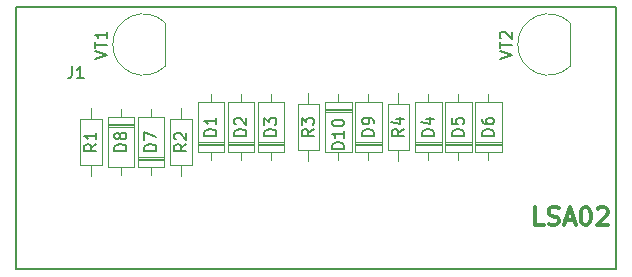
<source format=gbr>
G04 #@! TF.GenerationSoftware,KiCad,Pcbnew,(5.0.0)*
G04 #@! TF.CreationDate,2019-01-17T16:20:53+00:00*
G04 #@! TF.ProjectId,LS02,4C5330322E6B696361645F7063620000,rev?*
G04 #@! TF.SameCoordinates,Original*
G04 #@! TF.FileFunction,Legend,Top*
G04 #@! TF.FilePolarity,Positive*
%FSLAX46Y46*%
G04 Gerber Fmt 4.6, Leading zero omitted, Abs format (unit mm)*
G04 Created by KiCad (PCBNEW (5.0.0)) date 01/17/19 16:20:53*
%MOMM*%
%LPD*%
G01*
G04 APERTURE LIST*
%ADD10C,0.300000*%
%ADD11C,0.120000*%
%ADD12C,0.150000*%
G04 APERTURE END LIST*
D10*
X139918571Y-56558571D02*
X139204285Y-56558571D01*
X139204285Y-55058571D01*
X140347142Y-56487142D02*
X140561428Y-56558571D01*
X140918571Y-56558571D01*
X141061428Y-56487142D01*
X141132857Y-56415714D01*
X141204285Y-56272857D01*
X141204285Y-56130000D01*
X141132857Y-55987142D01*
X141061428Y-55915714D01*
X140918571Y-55844285D01*
X140632857Y-55772857D01*
X140490000Y-55701428D01*
X140418571Y-55630000D01*
X140347142Y-55487142D01*
X140347142Y-55344285D01*
X140418571Y-55201428D01*
X140490000Y-55130000D01*
X140632857Y-55058571D01*
X140990000Y-55058571D01*
X141204285Y-55130000D01*
X141775714Y-56130000D02*
X142490000Y-56130000D01*
X141632857Y-56558571D02*
X142132857Y-55058571D01*
X142632857Y-56558571D01*
X143418571Y-55058571D02*
X143561428Y-55058571D01*
X143704285Y-55130000D01*
X143775714Y-55201428D01*
X143847142Y-55344285D01*
X143918571Y-55630000D01*
X143918571Y-55987142D01*
X143847142Y-56272857D01*
X143775714Y-56415714D01*
X143704285Y-56487142D01*
X143561428Y-56558571D01*
X143418571Y-56558571D01*
X143275714Y-56487142D01*
X143204285Y-56415714D01*
X143132857Y-56272857D01*
X143061428Y-55987142D01*
X143061428Y-55630000D01*
X143132857Y-55344285D01*
X143204285Y-55201428D01*
X143275714Y-55130000D01*
X143418571Y-55058571D01*
X144490000Y-55201428D02*
X144561428Y-55130000D01*
X144704285Y-55058571D01*
X145061428Y-55058571D01*
X145204285Y-55130000D01*
X145275714Y-55201428D01*
X145347142Y-55344285D01*
X145347142Y-55487142D01*
X145275714Y-55701428D01*
X144418571Y-56558571D01*
X145347142Y-56558571D01*
D11*
G04 #@! TO.C,D1*
X110640000Y-50380000D02*
X112880000Y-50380000D01*
X112880000Y-50380000D02*
X112880000Y-46140000D01*
X112880000Y-46140000D02*
X110640000Y-46140000D01*
X110640000Y-46140000D02*
X110640000Y-50380000D01*
X111760000Y-51030000D02*
X111760000Y-50380000D01*
X111760000Y-45490000D02*
X111760000Y-46140000D01*
X110640000Y-49660000D02*
X112880000Y-49660000D01*
X110640000Y-49540000D02*
X112880000Y-49540000D01*
X110640000Y-49780000D02*
X112880000Y-49780000D01*
G04 #@! TO.C,D2*
X113180000Y-50380000D02*
X115420000Y-50380000D01*
X115420000Y-50380000D02*
X115420000Y-46140000D01*
X115420000Y-46140000D02*
X113180000Y-46140000D01*
X113180000Y-46140000D02*
X113180000Y-50380000D01*
X114300000Y-51030000D02*
X114300000Y-50380000D01*
X114300000Y-45490000D02*
X114300000Y-46140000D01*
X113180000Y-49660000D02*
X115420000Y-49660000D01*
X113180000Y-49540000D02*
X115420000Y-49540000D01*
X113180000Y-49780000D02*
X115420000Y-49780000D01*
G04 #@! TO.C,D3*
X115720000Y-50380000D02*
X117960000Y-50380000D01*
X117960000Y-50380000D02*
X117960000Y-46140000D01*
X117960000Y-46140000D02*
X115720000Y-46140000D01*
X115720000Y-46140000D02*
X115720000Y-50380000D01*
X116840000Y-51030000D02*
X116840000Y-50380000D01*
X116840000Y-45490000D02*
X116840000Y-46140000D01*
X115720000Y-49660000D02*
X117960000Y-49660000D01*
X115720000Y-49540000D02*
X117960000Y-49540000D01*
X115720000Y-49780000D02*
X117960000Y-49780000D01*
G04 #@! TO.C,D4*
X129055000Y-50380000D02*
X131295000Y-50380000D01*
X131295000Y-50380000D02*
X131295000Y-46140000D01*
X131295000Y-46140000D02*
X129055000Y-46140000D01*
X129055000Y-46140000D02*
X129055000Y-50380000D01*
X130175000Y-51030000D02*
X130175000Y-50380000D01*
X130175000Y-45490000D02*
X130175000Y-46140000D01*
X129055000Y-49660000D02*
X131295000Y-49660000D01*
X129055000Y-49540000D02*
X131295000Y-49540000D01*
X129055000Y-49780000D02*
X131295000Y-49780000D01*
G04 #@! TO.C,D5*
X131595000Y-50380000D02*
X133835000Y-50380000D01*
X133835000Y-50380000D02*
X133835000Y-46140000D01*
X133835000Y-46140000D02*
X131595000Y-46140000D01*
X131595000Y-46140000D02*
X131595000Y-50380000D01*
X132715000Y-51030000D02*
X132715000Y-50380000D01*
X132715000Y-45490000D02*
X132715000Y-46140000D01*
X131595000Y-49660000D02*
X133835000Y-49660000D01*
X131595000Y-49540000D02*
X133835000Y-49540000D01*
X131595000Y-49780000D02*
X133835000Y-49780000D01*
G04 #@! TO.C,D6*
X134135000Y-50380000D02*
X136375000Y-50380000D01*
X136375000Y-50380000D02*
X136375000Y-46140000D01*
X136375000Y-46140000D02*
X134135000Y-46140000D01*
X134135000Y-46140000D02*
X134135000Y-50380000D01*
X135255000Y-51030000D02*
X135255000Y-50380000D01*
X135255000Y-45490000D02*
X135255000Y-46140000D01*
X134135000Y-49660000D02*
X136375000Y-49660000D01*
X134135000Y-49540000D02*
X136375000Y-49540000D01*
X134135000Y-49780000D02*
X136375000Y-49780000D01*
G04 #@! TO.C,D7*
X105560000Y-51650000D02*
X107800000Y-51650000D01*
X107800000Y-51650000D02*
X107800000Y-47410000D01*
X107800000Y-47410000D02*
X105560000Y-47410000D01*
X105560000Y-47410000D02*
X105560000Y-51650000D01*
X106680000Y-52300000D02*
X106680000Y-51650000D01*
X106680000Y-46760000D02*
X106680000Y-47410000D01*
X105560000Y-50930000D02*
X107800000Y-50930000D01*
X105560000Y-50810000D02*
X107800000Y-50810000D01*
X105560000Y-51050000D02*
X107800000Y-51050000D01*
G04 #@! TO.C,D8*
X105260000Y-47410000D02*
X103020000Y-47410000D01*
X103020000Y-47410000D02*
X103020000Y-51650000D01*
X103020000Y-51650000D02*
X105260000Y-51650000D01*
X105260000Y-51650000D02*
X105260000Y-47410000D01*
X104140000Y-46760000D02*
X104140000Y-47410000D01*
X104140000Y-52300000D02*
X104140000Y-51650000D01*
X105260000Y-48130000D02*
X103020000Y-48130000D01*
X105260000Y-48250000D02*
X103020000Y-48250000D01*
X105260000Y-48010000D02*
X103020000Y-48010000D01*
G04 #@! TO.C,D9*
X123975000Y-50380000D02*
X126215000Y-50380000D01*
X126215000Y-50380000D02*
X126215000Y-46140000D01*
X126215000Y-46140000D02*
X123975000Y-46140000D01*
X123975000Y-46140000D02*
X123975000Y-50380000D01*
X125095000Y-51030000D02*
X125095000Y-50380000D01*
X125095000Y-45490000D02*
X125095000Y-46140000D01*
X123975000Y-49660000D02*
X126215000Y-49660000D01*
X123975000Y-49540000D02*
X126215000Y-49540000D01*
X123975000Y-49780000D02*
X126215000Y-49780000D01*
G04 #@! TO.C,D10*
X123675000Y-46140000D02*
X121435000Y-46140000D01*
X121435000Y-46140000D02*
X121435000Y-50380000D01*
X121435000Y-50380000D02*
X123675000Y-50380000D01*
X123675000Y-50380000D02*
X123675000Y-46140000D01*
X122555000Y-45490000D02*
X122555000Y-46140000D01*
X122555000Y-51030000D02*
X122555000Y-50380000D01*
X123675000Y-46860000D02*
X121435000Y-46860000D01*
X123675000Y-46980000D02*
X121435000Y-46980000D01*
X123675000Y-46740000D02*
X121435000Y-46740000D01*
G04 #@! TO.C,R1*
X102520000Y-47610000D02*
X100680000Y-47610000D01*
X100680000Y-47610000D02*
X100680000Y-51450000D01*
X100680000Y-51450000D02*
X102520000Y-51450000D01*
X102520000Y-51450000D02*
X102520000Y-47610000D01*
X101600000Y-46660000D02*
X101600000Y-47610000D01*
X101600000Y-52400000D02*
X101600000Y-51450000D01*
G04 #@! TO.C,R2*
X108300000Y-51450000D02*
X110140000Y-51450000D01*
X110140000Y-51450000D02*
X110140000Y-47610000D01*
X110140000Y-47610000D02*
X108300000Y-47610000D01*
X108300000Y-47610000D02*
X108300000Y-51450000D01*
X109220000Y-52400000D02*
X109220000Y-51450000D01*
X109220000Y-46660000D02*
X109220000Y-47610000D01*
G04 #@! TO.C,R3*
X120935000Y-46340000D02*
X119095000Y-46340000D01*
X119095000Y-46340000D02*
X119095000Y-50180000D01*
X119095000Y-50180000D02*
X120935000Y-50180000D01*
X120935000Y-50180000D02*
X120935000Y-46340000D01*
X120015000Y-45390000D02*
X120015000Y-46340000D01*
X120015000Y-51130000D02*
X120015000Y-50180000D01*
G04 #@! TO.C,R4*
X126715000Y-50180000D02*
X128555000Y-50180000D01*
X128555000Y-50180000D02*
X128555000Y-46340000D01*
X128555000Y-46340000D02*
X126715000Y-46340000D01*
X126715000Y-46340000D02*
X126715000Y-50180000D01*
X127635000Y-51130000D02*
X127635000Y-50180000D01*
X127635000Y-45390000D02*
X127635000Y-46340000D01*
G04 #@! TO.C,VT1*
X107895000Y-43075000D02*
X107895000Y-39475000D01*
X107883478Y-43113478D02*
G75*
G02X103445000Y-41275000I-1838478J1838478D01*
G01*
X107883478Y-39436522D02*
G75*
G03X103445000Y-41275000I-1838478J-1838478D01*
G01*
G04 #@! TO.C,VT2*
X142185000Y-43075000D02*
X142185000Y-39475000D01*
X142173478Y-43113478D02*
G75*
G02X137735000Y-41275000I-1838478J1838478D01*
G01*
X142173478Y-39436522D02*
G75*
G03X137735000Y-41275000I-1838478J-1838478D01*
G01*
D12*
G04 #@! TO.C,J1*
X95250000Y-38100000D02*
X146050000Y-38100000D01*
X146050000Y-38100000D02*
X146050000Y-60325000D01*
X146050000Y-60325000D02*
X95250000Y-60325000D01*
X95250000Y-60325000D02*
X95250000Y-38100000D01*
G04 #@! TO.C,D1*
X112212380Y-48998095D02*
X111212380Y-48998095D01*
X111212380Y-48760000D01*
X111260000Y-48617142D01*
X111355238Y-48521904D01*
X111450476Y-48474285D01*
X111640952Y-48426666D01*
X111783809Y-48426666D01*
X111974285Y-48474285D01*
X112069523Y-48521904D01*
X112164761Y-48617142D01*
X112212380Y-48760000D01*
X112212380Y-48998095D01*
X112212380Y-47474285D02*
X112212380Y-48045714D01*
X112212380Y-47760000D02*
X111212380Y-47760000D01*
X111355238Y-47855238D01*
X111450476Y-47950476D01*
X111498095Y-48045714D01*
G04 #@! TO.C,D2*
X114752380Y-48998095D02*
X113752380Y-48998095D01*
X113752380Y-48760000D01*
X113800000Y-48617142D01*
X113895238Y-48521904D01*
X113990476Y-48474285D01*
X114180952Y-48426666D01*
X114323809Y-48426666D01*
X114514285Y-48474285D01*
X114609523Y-48521904D01*
X114704761Y-48617142D01*
X114752380Y-48760000D01*
X114752380Y-48998095D01*
X113847619Y-48045714D02*
X113800000Y-47998095D01*
X113752380Y-47902857D01*
X113752380Y-47664761D01*
X113800000Y-47569523D01*
X113847619Y-47521904D01*
X113942857Y-47474285D01*
X114038095Y-47474285D01*
X114180952Y-47521904D01*
X114752380Y-48093333D01*
X114752380Y-47474285D01*
G04 #@! TO.C,D3*
X117292380Y-48998095D02*
X116292380Y-48998095D01*
X116292380Y-48760000D01*
X116340000Y-48617142D01*
X116435238Y-48521904D01*
X116530476Y-48474285D01*
X116720952Y-48426666D01*
X116863809Y-48426666D01*
X117054285Y-48474285D01*
X117149523Y-48521904D01*
X117244761Y-48617142D01*
X117292380Y-48760000D01*
X117292380Y-48998095D01*
X116292380Y-48093333D02*
X116292380Y-47474285D01*
X116673333Y-47807619D01*
X116673333Y-47664761D01*
X116720952Y-47569523D01*
X116768571Y-47521904D01*
X116863809Y-47474285D01*
X117101904Y-47474285D01*
X117197142Y-47521904D01*
X117244761Y-47569523D01*
X117292380Y-47664761D01*
X117292380Y-47950476D01*
X117244761Y-48045714D01*
X117197142Y-48093333D01*
G04 #@! TO.C,D4*
X130627380Y-48998095D02*
X129627380Y-48998095D01*
X129627380Y-48760000D01*
X129675000Y-48617142D01*
X129770238Y-48521904D01*
X129865476Y-48474285D01*
X130055952Y-48426666D01*
X130198809Y-48426666D01*
X130389285Y-48474285D01*
X130484523Y-48521904D01*
X130579761Y-48617142D01*
X130627380Y-48760000D01*
X130627380Y-48998095D01*
X129960714Y-47569523D02*
X130627380Y-47569523D01*
X129579761Y-47807619D02*
X130294047Y-48045714D01*
X130294047Y-47426666D01*
G04 #@! TO.C,D5*
X133167380Y-48998095D02*
X132167380Y-48998095D01*
X132167380Y-48760000D01*
X132215000Y-48617142D01*
X132310238Y-48521904D01*
X132405476Y-48474285D01*
X132595952Y-48426666D01*
X132738809Y-48426666D01*
X132929285Y-48474285D01*
X133024523Y-48521904D01*
X133119761Y-48617142D01*
X133167380Y-48760000D01*
X133167380Y-48998095D01*
X132167380Y-47521904D02*
X132167380Y-47998095D01*
X132643571Y-48045714D01*
X132595952Y-47998095D01*
X132548333Y-47902857D01*
X132548333Y-47664761D01*
X132595952Y-47569523D01*
X132643571Y-47521904D01*
X132738809Y-47474285D01*
X132976904Y-47474285D01*
X133072142Y-47521904D01*
X133119761Y-47569523D01*
X133167380Y-47664761D01*
X133167380Y-47902857D01*
X133119761Y-47998095D01*
X133072142Y-48045714D01*
G04 #@! TO.C,D6*
X135707380Y-48998095D02*
X134707380Y-48998095D01*
X134707380Y-48760000D01*
X134755000Y-48617142D01*
X134850238Y-48521904D01*
X134945476Y-48474285D01*
X135135952Y-48426666D01*
X135278809Y-48426666D01*
X135469285Y-48474285D01*
X135564523Y-48521904D01*
X135659761Y-48617142D01*
X135707380Y-48760000D01*
X135707380Y-48998095D01*
X134707380Y-47569523D02*
X134707380Y-47760000D01*
X134755000Y-47855238D01*
X134802619Y-47902857D01*
X134945476Y-47998095D01*
X135135952Y-48045714D01*
X135516904Y-48045714D01*
X135612142Y-47998095D01*
X135659761Y-47950476D01*
X135707380Y-47855238D01*
X135707380Y-47664761D01*
X135659761Y-47569523D01*
X135612142Y-47521904D01*
X135516904Y-47474285D01*
X135278809Y-47474285D01*
X135183571Y-47521904D01*
X135135952Y-47569523D01*
X135088333Y-47664761D01*
X135088333Y-47855238D01*
X135135952Y-47950476D01*
X135183571Y-47998095D01*
X135278809Y-48045714D01*
G04 #@! TO.C,D7*
X107132380Y-50268095D02*
X106132380Y-50268095D01*
X106132380Y-50030000D01*
X106180000Y-49887142D01*
X106275238Y-49791904D01*
X106370476Y-49744285D01*
X106560952Y-49696666D01*
X106703809Y-49696666D01*
X106894285Y-49744285D01*
X106989523Y-49791904D01*
X107084761Y-49887142D01*
X107132380Y-50030000D01*
X107132380Y-50268095D01*
X106132380Y-49363333D02*
X106132380Y-48696666D01*
X107132380Y-49125238D01*
G04 #@! TO.C,D8*
X104592380Y-50268095D02*
X103592380Y-50268095D01*
X103592380Y-50030000D01*
X103640000Y-49887142D01*
X103735238Y-49791904D01*
X103830476Y-49744285D01*
X104020952Y-49696666D01*
X104163809Y-49696666D01*
X104354285Y-49744285D01*
X104449523Y-49791904D01*
X104544761Y-49887142D01*
X104592380Y-50030000D01*
X104592380Y-50268095D01*
X104020952Y-49125238D02*
X103973333Y-49220476D01*
X103925714Y-49268095D01*
X103830476Y-49315714D01*
X103782857Y-49315714D01*
X103687619Y-49268095D01*
X103640000Y-49220476D01*
X103592380Y-49125238D01*
X103592380Y-48934761D01*
X103640000Y-48839523D01*
X103687619Y-48791904D01*
X103782857Y-48744285D01*
X103830476Y-48744285D01*
X103925714Y-48791904D01*
X103973333Y-48839523D01*
X104020952Y-48934761D01*
X104020952Y-49125238D01*
X104068571Y-49220476D01*
X104116190Y-49268095D01*
X104211428Y-49315714D01*
X104401904Y-49315714D01*
X104497142Y-49268095D01*
X104544761Y-49220476D01*
X104592380Y-49125238D01*
X104592380Y-48934761D01*
X104544761Y-48839523D01*
X104497142Y-48791904D01*
X104401904Y-48744285D01*
X104211428Y-48744285D01*
X104116190Y-48791904D01*
X104068571Y-48839523D01*
X104020952Y-48934761D01*
G04 #@! TO.C,D9*
X125547380Y-48998095D02*
X124547380Y-48998095D01*
X124547380Y-48760000D01*
X124595000Y-48617142D01*
X124690238Y-48521904D01*
X124785476Y-48474285D01*
X124975952Y-48426666D01*
X125118809Y-48426666D01*
X125309285Y-48474285D01*
X125404523Y-48521904D01*
X125499761Y-48617142D01*
X125547380Y-48760000D01*
X125547380Y-48998095D01*
X125547380Y-47950476D02*
X125547380Y-47760000D01*
X125499761Y-47664761D01*
X125452142Y-47617142D01*
X125309285Y-47521904D01*
X125118809Y-47474285D01*
X124737857Y-47474285D01*
X124642619Y-47521904D01*
X124595000Y-47569523D01*
X124547380Y-47664761D01*
X124547380Y-47855238D01*
X124595000Y-47950476D01*
X124642619Y-47998095D01*
X124737857Y-48045714D01*
X124975952Y-48045714D01*
X125071190Y-47998095D01*
X125118809Y-47950476D01*
X125166428Y-47855238D01*
X125166428Y-47664761D01*
X125118809Y-47569523D01*
X125071190Y-47521904D01*
X124975952Y-47474285D01*
G04 #@! TO.C,D10*
X123007380Y-50109285D02*
X122007380Y-50109285D01*
X122007380Y-49871190D01*
X122055000Y-49728333D01*
X122150238Y-49633095D01*
X122245476Y-49585476D01*
X122435952Y-49537857D01*
X122578809Y-49537857D01*
X122769285Y-49585476D01*
X122864523Y-49633095D01*
X122959761Y-49728333D01*
X123007380Y-49871190D01*
X123007380Y-50109285D01*
X123007380Y-48585476D02*
X123007380Y-49156904D01*
X123007380Y-48871190D02*
X122007380Y-48871190D01*
X122150238Y-48966428D01*
X122245476Y-49061666D01*
X122293095Y-49156904D01*
X122007380Y-47966428D02*
X122007380Y-47871190D01*
X122055000Y-47775952D01*
X122102619Y-47728333D01*
X122197857Y-47680714D01*
X122388333Y-47633095D01*
X122626428Y-47633095D01*
X122816904Y-47680714D01*
X122912142Y-47728333D01*
X122959761Y-47775952D01*
X123007380Y-47871190D01*
X123007380Y-47966428D01*
X122959761Y-48061666D01*
X122912142Y-48109285D01*
X122816904Y-48156904D01*
X122626428Y-48204523D01*
X122388333Y-48204523D01*
X122197857Y-48156904D01*
X122102619Y-48109285D01*
X122055000Y-48061666D01*
X122007380Y-47966428D01*
G04 #@! TO.C,R1*
X102052380Y-49696666D02*
X101576190Y-50030000D01*
X102052380Y-50268095D02*
X101052380Y-50268095D01*
X101052380Y-49887142D01*
X101100000Y-49791904D01*
X101147619Y-49744285D01*
X101242857Y-49696666D01*
X101385714Y-49696666D01*
X101480952Y-49744285D01*
X101528571Y-49791904D01*
X101576190Y-49887142D01*
X101576190Y-50268095D01*
X102052380Y-48744285D02*
X102052380Y-49315714D01*
X102052380Y-49030000D02*
X101052380Y-49030000D01*
X101195238Y-49125238D01*
X101290476Y-49220476D01*
X101338095Y-49315714D01*
G04 #@! TO.C,R2*
X109672380Y-49696666D02*
X109196190Y-50030000D01*
X109672380Y-50268095D02*
X108672380Y-50268095D01*
X108672380Y-49887142D01*
X108720000Y-49791904D01*
X108767619Y-49744285D01*
X108862857Y-49696666D01*
X109005714Y-49696666D01*
X109100952Y-49744285D01*
X109148571Y-49791904D01*
X109196190Y-49887142D01*
X109196190Y-50268095D01*
X108767619Y-49315714D02*
X108720000Y-49268095D01*
X108672380Y-49172857D01*
X108672380Y-48934761D01*
X108720000Y-48839523D01*
X108767619Y-48791904D01*
X108862857Y-48744285D01*
X108958095Y-48744285D01*
X109100952Y-48791904D01*
X109672380Y-49363333D01*
X109672380Y-48744285D01*
G04 #@! TO.C,R3*
X120467380Y-48426666D02*
X119991190Y-48760000D01*
X120467380Y-48998095D02*
X119467380Y-48998095D01*
X119467380Y-48617142D01*
X119515000Y-48521904D01*
X119562619Y-48474285D01*
X119657857Y-48426666D01*
X119800714Y-48426666D01*
X119895952Y-48474285D01*
X119943571Y-48521904D01*
X119991190Y-48617142D01*
X119991190Y-48998095D01*
X119467380Y-48093333D02*
X119467380Y-47474285D01*
X119848333Y-47807619D01*
X119848333Y-47664761D01*
X119895952Y-47569523D01*
X119943571Y-47521904D01*
X120038809Y-47474285D01*
X120276904Y-47474285D01*
X120372142Y-47521904D01*
X120419761Y-47569523D01*
X120467380Y-47664761D01*
X120467380Y-47950476D01*
X120419761Y-48045714D01*
X120372142Y-48093333D01*
G04 #@! TO.C,R4*
X128087380Y-48426666D02*
X127611190Y-48760000D01*
X128087380Y-48998095D02*
X127087380Y-48998095D01*
X127087380Y-48617142D01*
X127135000Y-48521904D01*
X127182619Y-48474285D01*
X127277857Y-48426666D01*
X127420714Y-48426666D01*
X127515952Y-48474285D01*
X127563571Y-48521904D01*
X127611190Y-48617142D01*
X127611190Y-48998095D01*
X127420714Y-47569523D02*
X128087380Y-47569523D01*
X127039761Y-47807619D02*
X127754047Y-48045714D01*
X127754047Y-47426666D01*
G04 #@! TO.C,VT1*
X101937380Y-42465476D02*
X102937380Y-42132142D01*
X101937380Y-41798809D01*
X101937380Y-41608333D02*
X101937380Y-41036904D01*
X102937380Y-41322619D02*
X101937380Y-41322619D01*
X102937380Y-40179761D02*
X102937380Y-40751190D01*
X102937380Y-40465476D02*
X101937380Y-40465476D01*
X102080238Y-40560714D01*
X102175476Y-40655952D01*
X102223095Y-40751190D01*
G04 #@! TO.C,VT2*
X136227380Y-42465476D02*
X137227380Y-42132142D01*
X136227380Y-41798809D01*
X136227380Y-41608333D02*
X136227380Y-41036904D01*
X137227380Y-41322619D02*
X136227380Y-41322619D01*
X136322619Y-40751190D02*
X136275000Y-40703571D01*
X136227380Y-40608333D01*
X136227380Y-40370238D01*
X136275000Y-40275000D01*
X136322619Y-40227380D01*
X136417857Y-40179761D01*
X136513095Y-40179761D01*
X136655952Y-40227380D01*
X137227380Y-40798809D01*
X137227380Y-40179761D01*
G04 #@! TO.C,J1*
X99996666Y-43132380D02*
X99996666Y-43846666D01*
X99949047Y-43989523D01*
X99853809Y-44084761D01*
X99710952Y-44132380D01*
X99615714Y-44132380D01*
X100996666Y-44132380D02*
X100425238Y-44132380D01*
X100710952Y-44132380D02*
X100710952Y-43132380D01*
X100615714Y-43275238D01*
X100520476Y-43370476D01*
X100425238Y-43418095D01*
G04 #@! TD*
M02*

</source>
